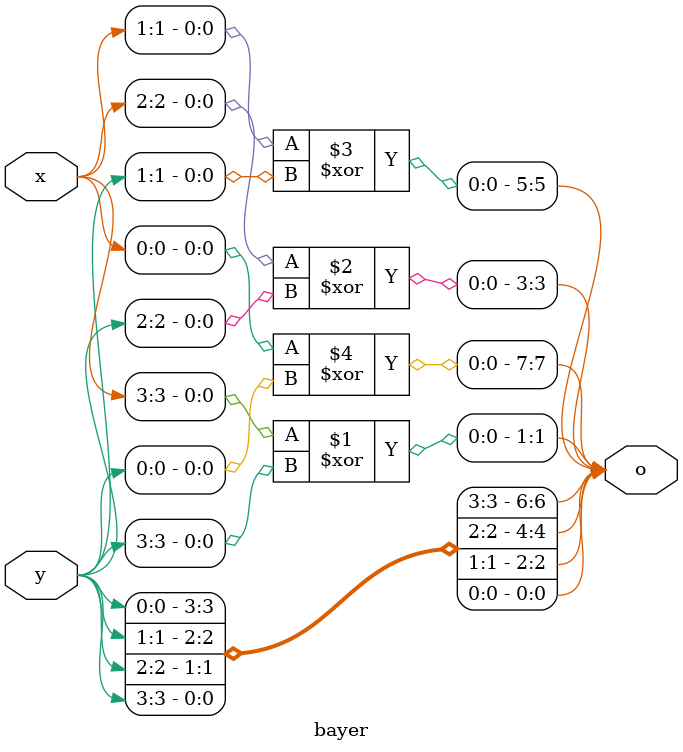
<source format=v>


`ifndef _dither_v_
`define _dither_v_

module ordered_mono (
	input wire [n-1:0] in,
	input wire [m-1:0] x,
	input wire [m-1:0] y,
	output reg out
);

parameter n = 8;
parameter m = 4;

localparam bdw = (m*2);		// Bayer Matrix datum width

wire [bdw-1:0] bo;
wire [bdw-1:0] in_x;
assign in_x = in << (bdw - n);


bayer #(m) matrix (
	.x(x),
	.y(y),
	.o(bo)
);

always @ (in_x, bo)
begin
	if 	(in_x == 0) out <= 0;
	else if (in_x == (2**n-1)) out <= 1;
	else     out <= (in_x > bo);
end

endmodule

// - - - - - - - - - - - - - - - - - - - - - - - - - - - - - - - - - - - - - - 
//
// blue_mono
// Monochromatic variant of Blue Noise dither.
// Uses precalculated 16x16 map found in ./assets/bluenoise16.data.
// Requires pixel clock to operate internal ROM.
// Texture sourced from:
// https://github.com/Calinou/free-blue-noise-textures/blob/master/16_16/HDR_L_0.png
//
//                          +-----------------+
//                in[8] ===>|                 |---> out
//                 x[4] ===>|    blue_mono    |
//                 y[4] ===>|                 |
//                   clk--->|                 |
//                          +-----------------+
//
// Parameters:
// None
//
// Ports:
// in	- Pixel value input, pad narrower values towards MSB
// x	- Pixel X coordinate (LSBs)
// y	- Pixel Y coordinate (LSBs)
// clk  - Pixel clock, posedge latches input data
// out	- Monochromatic pixel output
//
module blue16_mono (
	input wire [7:0] in,
	input wire [3:0] x,
	input wire [3:0] y,
	input wire clk,
	output reg out
);

reg [7:0] bn;

//TODO: First byte should be zero as it cannot be initialized in hardware.
localparam bluenoise16_pattern = {128'h6f318ea271c347b1c932975e422555fc, \
				128'h1963efde20fa9413266adcaac28a0da7,
				128'h7db24f0f41ad7b57d583f7177436e5d4,
				128'h29ca9884bd6835eca13e01b54df19344,
				128'h02f4385be605cc1cbb6590ce215cbe6b,
				128'hdfa47224d69c8b46f554e2307e9e1187,
				128'h53c415fe4c2db3730c28a969fdb0d33b,
				128'h64b4917aac61eb81d795c708481aee2c,
				128'he81f450bcd3a12c1583c70dd8c567899,
				128'hd082f3a0e06e22f8a518eab834c6ab06,
				128'h6cbc335989ba9a4e2f86629d23f95f3f,
				128'h104bdb270143e479c5f0034a7f14e38f,
				128'hf6af77c8fb67920ed1ae6ddac052cba3,
				128'h1d5d9616a6b6371e5a402a8da839752e,
				128'hd8e93d8051edd9769ffeb91bf2660485,
				128'h49bf09d22b600788e7500a7ce1cf9bb7
};

rom #(
	.m(256),
	.n(8),
	.data(bluenoise16_pattern),
	.content_size(256)
) bluerom (
	.clk(clk),
	.address({x,y}),
	.data_o(bn)
);

assign out = (in > bn);
/*
always @ (in, bn)
begin
	if 	(in == 0) out <= 0;
	else if (in == 255) out <= 1;
	else     out <= (in > bn);
end
*/
endmodule

// - - - - - - - - - - - - - - - - - - - - - - - - - - - - - - - - - - - - - - 
//
// Bayer Matrix
// https://en.wikipedia.org/wiki/Ordered_dithering
//
// Asynchronously returns a matrix value, without use of LUT
// Values are 0 based unsigned integers.
//
// Parameters:
// n		- Matrix size, matrix edge is 2**n (4)
//
// Ports:
// x		- X coordinate of matrix element (zero based, left to right)
// y		- Y coordinate of matrix element (zero based, top to bottom)
// o[(n+1)*2]	- Matrix element value

module bayer(
	input wire [n-1:0] x,
	input wire [n-1:0] y,
	output wire [n*2-1:0] o
);

parameter n = 4;

genvar i;
generate
	for (i = 0; i < n; i = i + 1) begin
		assign o[(i*2)]   = y[n-i-1]; 
		assign o[(i*2)+1] = x[n-i-1] ^ y[n-i-1]; 
	end
endgenerate

endmodule

`endif

</source>
